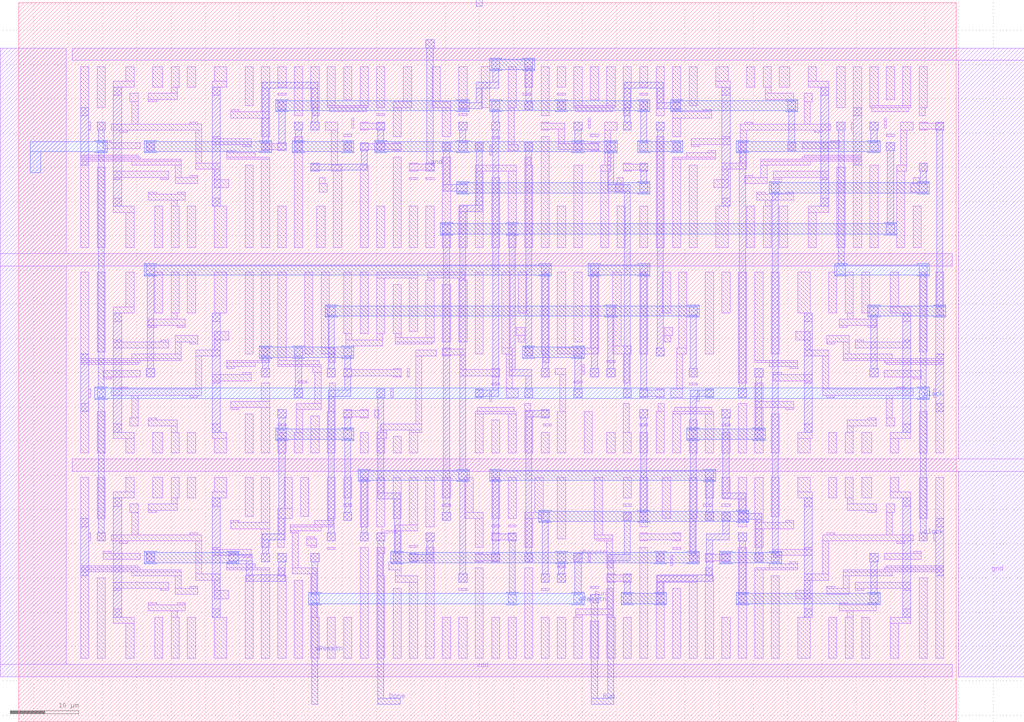
<source format=lef>
VERSION 5.7 ;
  NOWIREEXTENSIONATPIN ON ;
  DIVIDERCHAR "/" ;
  BUSBITCHARS "[]" ;
MACRO processor_9_bits
  CLASS BLOCK ;
  FOREIGN processor_9_bits ;
  ORIGIN 7.200 6.000 ;
  SIZE 136.800 BY 105.000 ;
  PIN gnd
    USE GROUND ;
    PORT
      LAYER metal1 ;
        RECT 52.200 92.400 53.400 93.600 ;
        RECT 0.600 90.600 139.500 92.400 ;
        RECT 49.800 75.450 51.000 75.600 ;
        RECT 52.200 75.450 53.400 75.600 ;
        RECT 49.800 74.550 53.400 75.450 ;
        RECT 49.800 74.400 51.000 74.550 ;
        RECT 52.200 74.400 53.400 74.550 ;
        RECT 129.900 32.400 139.500 90.600 ;
        RECT 0.600 30.600 139.500 32.400 ;
        RECT 129.900 0.600 139.500 30.600 ;
      LAYER metal2 ;
        RECT 52.200 92.400 53.400 93.600 ;
        RECT 52.350 75.600 53.250 92.400 ;
        RECT 52.200 74.400 53.400 75.600 ;
    END
  END gnd
  PIN vdd
    USE POWER ;
    PORT
      LAYER metal1 ;
        RECT -9.900 62.400 -0.300 92.400 ;
        RECT -9.900 60.600 129.000 62.400 ;
        RECT -9.900 2.400 -0.300 60.600 ;
        RECT -9.900 0.600 129.000 2.400 ;
    END
  END vdd
  PIN DataIn
    PORT
      LAYER metal2 ;
        RECT 59.550 98.550 60.450 99.450 ;
    END
  END DataIn
  PIN Done
    PORT
      LAYER metal1 ;
        RECT 45.000 20.400 46.200 21.600 ;
      LAYER metal2 ;
        RECT 45.000 20.400 46.200 21.600 ;
        RECT 45.150 -2.550 46.050 20.400 ;
        RECT 45.150 -3.450 48.450 -2.550 ;
    END
  END Done
  PIN Run
    PORT
      LAYER metal1 ;
        RECT 81.000 23.400 82.200 24.600 ;
        RECT 76.200 11.400 77.400 12.600 ;
      LAYER metal2 ;
        RECT 81.000 23.400 82.200 24.600 ;
        RECT 81.150 18.450 82.050 23.400 ;
        RECT 78.750 17.550 82.050 18.450 ;
        RECT 76.200 11.400 77.400 12.600 ;
        RECT 76.350 -2.550 77.250 11.400 ;
        RECT 78.750 -2.550 79.650 17.550 ;
        RECT 76.350 -3.450 79.650 -2.550 ;
    END
  END Run
  PIN aResetn
    PORT
      LAYER metal1 ;
        RECT 61.800 21.450 63.000 21.600 ;
        RECT 64.200 21.450 65.400 21.600 ;
        RECT 61.800 20.550 65.400 21.450 ;
        RECT 61.800 20.400 63.000 20.550 ;
        RECT 64.200 20.400 65.400 20.550 ;
        RECT 35.400 17.400 36.600 18.600 ;
        RECT 73.800 17.400 75.000 18.600 ;
      LAYER metal2 ;
        RECT 64.200 20.400 65.400 21.600 ;
        RECT 35.400 17.400 36.600 18.600 ;
        RECT 35.550 12.600 36.450 17.400 ;
        RECT 64.350 12.600 65.250 20.400 ;
        RECT 73.800 17.400 75.000 18.600 ;
        RECT 73.950 12.600 74.850 17.400 ;
        RECT 35.400 11.400 36.600 12.600 ;
        RECT 64.200 11.400 65.400 12.600 ;
        RECT 73.800 11.400 75.000 12.600 ;
        RECT 35.550 -3.450 36.450 11.400 ;
      LAYER metal3 ;
        RECT 35.100 12.750 36.900 12.900 ;
        RECT 63.900 12.750 65.700 12.900 ;
        RECT 73.500 12.750 75.300 12.900 ;
        RECT 35.100 11.250 75.300 12.750 ;
        RECT 35.100 11.100 36.900 11.250 ;
        RECT 63.900 11.100 65.700 11.250 ;
        RECT 73.500 11.100 75.300 11.250 ;
    END
  END aResetn
  PIN clock
    PORT
      LAYER metal1 ;
        RECT 4.200 80.400 5.400 81.600 ;
        RECT 112.200 80.400 113.400 81.600 ;
        RECT 4.200 41.400 5.400 42.600 ;
        RECT 124.200 41.400 125.400 42.600 ;
        RECT 4.200 20.400 5.400 21.600 ;
        RECT 124.200 20.400 125.400 21.600 ;
      LAYER metal2 ;
        RECT 4.200 80.400 5.400 81.600 ;
        RECT 112.200 80.400 113.400 81.600 ;
        RECT 4.350 78.600 5.250 80.400 ;
        RECT 4.200 77.400 5.400 78.600 ;
        RECT 4.350 42.600 5.250 77.400 ;
        RECT 112.350 60.600 113.250 80.400 ;
        RECT 112.200 59.400 113.400 60.600 ;
        RECT 124.200 59.400 125.400 60.600 ;
        RECT 124.350 42.600 125.250 59.400 ;
        RECT 4.200 41.400 5.400 42.600 ;
        RECT 124.200 41.400 125.400 42.600 ;
        RECT 4.350 21.600 5.250 41.400 ;
        RECT 124.350 21.600 125.250 41.400 ;
        RECT 4.200 20.400 5.400 21.600 ;
        RECT 124.200 20.400 125.400 21.600 ;
      LAYER metal3 ;
        RECT 3.900 78.750 5.700 78.900 ;
        RECT -5.550 77.250 5.700 78.750 ;
        RECT -5.550 74.250 -4.050 77.250 ;
        RECT 3.900 77.100 5.700 77.250 ;
        RECT 111.900 60.750 113.700 60.900 ;
        RECT 123.900 60.750 125.700 60.900 ;
        RECT 111.900 59.250 125.700 60.750 ;
        RECT 111.900 59.100 113.700 59.250 ;
        RECT 123.900 59.100 125.700 59.250 ;
        RECT 3.900 42.750 5.700 42.900 ;
        RECT 123.900 42.750 125.700 42.900 ;
        RECT 3.900 41.250 125.700 42.750 ;
        RECT 3.900 41.100 5.700 41.250 ;
        RECT 123.900 41.100 125.700 41.250 ;
    END
  END clock
  OBS
      LAYER metal1 ;
        RECT 1.800 82.500 3.000 89.700 ;
        RECT 4.200 83.700 5.400 89.700 ;
        RECT 8.400 87.600 9.600 89.700 ;
        RECT 6.600 86.700 9.600 87.600 ;
        RECT 12.300 86.700 13.800 89.700 ;
        RECT 15.000 86.700 16.200 89.700 ;
        RECT 17.400 86.700 18.600 89.700 ;
        RECT 21.300 87.600 23.100 89.700 ;
        RECT 21.000 86.700 23.100 87.600 ;
        RECT 6.600 85.500 7.800 86.700 ;
        RECT 15.000 85.800 15.900 86.700 ;
        RECT 9.000 84.600 10.200 85.800 ;
        RECT 11.700 84.900 15.900 85.800 ;
        RECT 21.000 85.500 22.200 86.700 ;
        RECT 11.700 84.600 12.900 84.900 ;
        RECT 3.000 80.400 3.300 81.600 ;
        RECT 9.300 81.300 10.200 84.600 ;
        RECT 25.800 84.000 27.000 89.700 ;
        RECT 23.700 83.100 24.900 83.400 ;
        RECT 28.200 83.100 29.400 89.700 ;
        RECT 30.600 86.700 31.800 89.700 ;
        RECT 30.600 85.500 31.800 85.800 ;
        RECT 30.600 83.400 31.800 84.600 ;
        RECT 23.700 82.200 29.400 83.100 ;
        RECT 33.000 82.500 34.200 89.700 ;
        RECT 35.400 83.700 36.600 89.700 ;
        RECT 37.800 84.000 39.000 89.700 ;
        RECT 40.200 84.900 41.400 89.700 ;
        RECT 42.600 84.000 43.800 89.700 ;
        RECT 37.800 83.700 43.800 84.000 ;
        RECT 45.000 83.700 46.200 89.700 ;
        RECT 48.900 84.600 50.100 89.700 ;
        RECT 47.400 83.700 50.100 84.600 ;
        RECT 53.100 84.600 54.300 89.700 ;
        RECT 53.100 83.700 55.800 84.600 ;
        RECT 57.000 83.700 58.200 89.700 ;
        RECT 60.300 83.700 61.500 89.700 ;
        RECT 64.200 83.700 65.400 89.700 ;
        RECT 66.600 86.700 67.800 89.700 ;
        RECT 66.300 85.500 67.500 85.800 ;
        RECT 35.700 82.500 36.600 83.700 ;
        RECT 38.100 83.100 43.500 83.700 ;
        RECT 45.000 82.500 46.200 82.800 ;
        RECT 17.700 81.300 18.900 81.600 ;
        RECT 6.300 80.400 19.500 81.300 ;
        RECT 7.500 80.100 8.700 80.400 ;
        RECT 5.100 78.600 6.300 78.900 ;
        RECT 5.100 77.700 10.500 78.600 ;
        RECT 11.400 77.400 12.600 78.600 ;
        RECT 1.800 76.500 10.200 76.800 ;
        RECT 1.800 76.200 10.500 76.500 ;
        RECT 1.800 75.900 16.500 76.200 ;
        RECT 1.800 63.300 3.000 75.900 ;
        RECT 9.300 75.300 16.500 75.900 ;
        RECT 4.200 63.300 5.400 75.000 ;
        RECT 6.600 73.500 14.700 74.400 ;
        RECT 6.600 73.200 7.800 73.500 ;
        RECT 13.500 73.200 14.700 73.500 ;
        RECT 15.600 73.500 16.500 75.300 ;
        RECT 18.600 75.600 19.500 80.400 ;
        RECT 28.200 79.500 29.400 82.200 ;
        RECT 33.000 80.400 34.200 81.600 ;
        RECT 35.400 80.400 36.600 81.600 ;
        RECT 37.500 80.400 39.300 81.600 ;
        RECT 41.400 80.700 41.700 82.200 ;
        RECT 42.600 81.450 43.800 81.600 ;
        RECT 45.000 81.450 46.200 81.600 ;
        RECT 42.600 80.550 46.200 81.450 ;
        RECT 42.600 80.400 43.800 80.550 ;
        RECT 45.000 80.400 46.200 80.550 ;
        RECT 21.000 79.200 22.200 79.500 ;
        RECT 21.000 78.300 26.700 79.200 ;
        RECT 25.500 78.000 26.700 78.300 ;
        RECT 28.200 78.450 29.400 78.600 ;
        RECT 30.600 78.450 31.800 78.600 ;
        RECT 28.200 77.550 31.800 78.450 ;
        RECT 28.200 77.400 29.400 77.550 ;
        RECT 30.600 77.400 31.800 77.550 ;
        RECT 23.100 77.100 24.300 77.400 ;
        RECT 23.100 76.500 27.300 77.100 ;
        RECT 23.100 76.200 29.400 76.500 ;
        RECT 18.600 74.700 22.200 75.600 ;
        RECT 17.700 73.500 18.900 73.800 ;
        RECT 15.600 72.600 18.900 73.500 ;
        RECT 21.300 73.200 22.200 74.700 ;
        RECT 21.300 72.000 23.400 73.200 ;
        RECT 11.700 71.100 12.900 71.400 ;
        RECT 15.900 71.100 17.100 71.400 ;
        RECT 6.600 69.300 7.800 70.500 ;
        RECT 11.700 70.200 17.100 71.100 ;
        RECT 15.000 69.300 15.900 70.200 ;
        RECT 21.000 69.300 22.200 70.500 ;
        RECT 6.600 68.400 9.600 69.300 ;
        RECT 8.400 63.300 9.600 68.400 ;
        RECT 12.600 63.300 13.800 69.300 ;
        RECT 15.000 63.300 16.200 69.300 ;
        RECT 17.400 63.300 18.600 69.300 ;
        RECT 21.300 63.300 23.100 69.300 ;
        RECT 25.800 63.300 27.000 75.300 ;
        RECT 28.200 63.300 29.400 76.200 ;
        RECT 30.600 63.300 31.800 69.300 ;
        RECT 33.000 63.300 34.200 79.500 ;
        RECT 35.400 74.400 36.600 75.600 ;
        RECT 38.400 75.300 39.300 80.400 ;
        RECT 40.200 79.500 41.400 79.800 ;
        RECT 47.400 79.500 48.600 83.700 ;
        RECT 54.600 79.500 55.800 83.700 ;
        RECT 57.000 82.500 58.200 82.800 ;
        RECT 57.000 80.400 58.200 81.600 ;
        RECT 61.800 80.400 63.000 81.600 ;
        RECT 61.800 79.200 63.000 79.500 ;
        RECT 40.200 77.400 41.400 78.600 ;
        RECT 42.600 78.450 43.800 78.600 ;
        RECT 47.400 78.450 48.600 78.600 ;
        RECT 42.600 77.550 48.600 78.450 ;
        RECT 42.600 77.400 43.800 77.550 ;
        RECT 47.400 77.400 48.600 77.550 ;
        RECT 54.600 77.400 55.800 78.600 ;
        RECT 59.400 77.400 60.600 78.600 ;
        RECT 64.200 78.300 65.100 83.700 ;
        RECT 66.600 83.400 67.800 84.600 ;
        RECT 69.000 82.500 70.200 89.700 ;
        RECT 71.400 86.700 72.600 89.700 ;
        RECT 71.400 85.500 72.600 85.800 ;
        RECT 71.400 83.400 72.600 84.600 ;
        RECT 73.800 84.000 75.000 89.700 ;
        RECT 76.200 84.900 77.400 89.700 ;
        RECT 78.600 84.000 79.800 89.700 ;
        RECT 73.800 83.700 79.800 84.000 ;
        RECT 81.000 83.700 82.200 89.700 ;
        RECT 83.400 86.700 84.600 89.700 ;
        RECT 83.400 85.500 84.600 85.800 ;
        RECT 74.100 83.100 79.500 83.700 ;
        RECT 81.000 82.500 81.900 83.700 ;
        RECT 83.400 83.400 84.600 84.600 ;
        RECT 85.800 82.500 87.000 89.700 ;
        RECT 88.200 83.100 89.400 89.700 ;
        RECT 90.600 84.000 91.800 89.700 ;
        RECT 94.500 87.600 96.300 89.700 ;
        RECT 94.500 86.700 96.600 87.600 ;
        RECT 99.000 86.700 100.200 89.700 ;
        RECT 101.400 86.700 102.600 89.700 ;
        RECT 103.800 86.700 105.300 89.700 ;
        RECT 108.000 87.600 109.200 89.700 ;
        RECT 108.000 86.700 111.000 87.600 ;
        RECT 95.400 85.500 96.600 86.700 ;
        RECT 101.700 85.800 102.600 86.700 ;
        RECT 101.700 84.900 105.900 85.800 ;
        RECT 104.700 84.600 105.900 84.900 ;
        RECT 107.400 84.600 108.600 85.800 ;
        RECT 109.800 85.500 111.000 86.700 ;
        RECT 92.700 83.100 93.900 83.400 ;
        RECT 88.200 82.200 93.900 83.100 ;
        RECT 69.000 81.450 70.200 81.600 ;
        RECT 69.000 80.550 72.450 81.450 ;
        RECT 69.000 80.400 70.200 80.550 ;
        RECT 61.500 76.800 61.800 78.300 ;
        RECT 64.200 77.400 65.700 78.300 ;
        RECT 66.600 77.400 67.800 78.600 ;
        RECT 38.400 74.400 39.900 75.300 ;
        RECT 36.600 72.600 37.500 73.500 ;
        RECT 36.600 71.400 37.800 72.600 ;
        RECT 36.300 63.300 37.500 69.300 ;
        RECT 38.700 63.300 39.900 74.400 ;
        RECT 42.600 63.300 43.800 75.300 ;
        RECT 45.000 63.300 46.200 69.300 ;
        RECT 47.400 63.300 48.600 76.500 ;
        RECT 49.800 73.200 51.000 73.500 ;
        RECT 52.200 73.200 53.400 73.500 ;
        RECT 49.800 63.300 51.000 69.300 ;
        RECT 52.200 63.300 53.400 69.300 ;
        RECT 54.600 63.300 55.800 76.500 ;
        RECT 66.600 75.300 67.500 76.500 ;
        RECT 59.400 74.400 65.400 75.300 ;
        RECT 57.000 63.300 58.200 69.300 ;
        RECT 59.400 63.300 60.600 74.400 ;
        RECT 61.800 63.300 63.000 73.500 ;
        RECT 64.200 63.300 65.400 74.400 ;
        RECT 66.600 63.300 67.800 75.300 ;
        RECT 69.000 63.300 70.200 79.500 ;
        RECT 71.550 78.450 72.450 80.550 ;
        RECT 73.800 80.400 75.000 81.600 ;
        RECT 75.900 80.700 76.200 82.200 ;
        RECT 78.300 80.400 80.100 81.600 ;
        RECT 81.000 80.400 82.200 81.600 ;
        RECT 85.800 80.400 87.000 81.600 ;
        RECT 76.200 79.500 77.400 79.800 ;
        RECT 76.200 78.450 77.400 78.600 ;
        RECT 71.550 77.550 77.400 78.450 ;
        RECT 76.200 77.400 77.400 77.550 ;
        RECT 78.300 75.300 79.200 80.400 ;
        RECT 88.200 79.500 89.400 82.200 ;
        RECT 98.700 81.300 99.900 81.600 ;
        RECT 107.400 81.300 108.300 84.600 ;
        RECT 112.200 83.700 113.400 89.700 ;
        RECT 114.600 82.500 115.800 89.700 ;
        RECT 117.000 84.000 118.200 89.700 ;
        RECT 119.400 84.900 120.600 89.700 ;
        RECT 121.800 84.000 123.000 89.700 ;
        RECT 117.000 83.700 123.000 84.000 ;
        RECT 124.200 83.700 125.400 89.700 ;
        RECT 117.300 83.100 122.700 83.700 ;
        RECT 124.200 82.500 125.100 83.700 ;
        RECT 98.100 80.400 111.300 81.300 ;
        RECT 114.300 80.400 114.600 81.600 ;
        RECT 117.000 80.400 118.200 81.600 ;
        RECT 119.100 80.700 119.400 82.200 ;
        RECT 121.500 80.400 123.300 81.600 ;
        RECT 124.200 81.450 125.400 81.600 ;
        RECT 126.600 81.450 127.800 81.600 ;
        RECT 124.200 80.550 127.800 81.450 ;
        RECT 124.200 80.400 125.400 80.550 ;
        RECT 126.600 80.400 127.800 80.550 ;
        RECT 71.400 63.300 72.600 69.300 ;
        RECT 73.800 63.300 75.000 75.300 ;
        RECT 77.700 74.400 79.200 75.300 ;
        RECT 81.000 75.450 82.200 75.600 ;
        RECT 83.400 75.450 84.600 75.600 ;
        RECT 81.000 74.550 84.600 75.450 ;
        RECT 81.000 74.400 82.200 74.550 ;
        RECT 83.400 74.400 84.600 74.550 ;
        RECT 77.700 63.300 78.900 74.400 ;
        RECT 80.100 72.600 81.000 73.500 ;
        RECT 79.800 71.400 81.000 72.600 ;
        RECT 80.100 63.300 81.300 69.300 ;
        RECT 83.400 63.300 84.600 69.300 ;
        RECT 85.800 63.300 87.000 79.500 ;
        RECT 95.400 79.200 96.600 79.500 ;
        RECT 88.200 77.400 89.400 78.600 ;
        RECT 90.900 78.300 96.600 79.200 ;
        RECT 90.900 78.000 92.100 78.300 ;
        RECT 93.300 77.100 94.500 77.400 ;
        RECT 90.300 76.500 94.500 77.100 ;
        RECT 88.200 76.200 94.500 76.500 ;
        RECT 88.200 63.300 89.400 76.200 ;
        RECT 98.100 75.600 99.000 80.400 ;
        RECT 108.900 80.100 110.100 80.400 ;
        RECT 119.400 79.500 120.600 79.800 ;
        RECT 111.300 78.600 112.500 78.900 ;
        RECT 105.000 77.400 106.200 78.600 ;
        RECT 107.100 77.700 112.500 78.600 ;
        RECT 119.400 77.400 120.600 78.600 ;
        RECT 107.400 76.500 115.800 76.800 ;
        RECT 107.100 76.200 115.800 76.500 ;
        RECT 90.600 63.300 91.800 75.300 ;
        RECT 95.400 74.700 99.000 75.600 ;
        RECT 101.100 75.900 115.800 76.200 ;
        RECT 101.100 75.300 108.300 75.900 ;
        RECT 95.400 73.200 96.300 74.700 ;
        RECT 94.200 72.000 96.300 73.200 ;
        RECT 98.700 73.500 99.900 73.800 ;
        RECT 101.100 73.500 102.000 75.300 ;
        RECT 98.700 72.600 102.000 73.500 ;
        RECT 102.900 73.500 111.000 74.400 ;
        RECT 102.900 73.200 104.100 73.500 ;
        RECT 109.800 73.200 111.000 73.500 ;
        RECT 100.500 71.100 101.700 71.400 ;
        RECT 104.700 71.100 105.900 71.400 ;
        RECT 95.400 69.300 96.600 70.500 ;
        RECT 100.500 70.200 105.900 71.100 ;
        RECT 101.700 69.300 102.600 70.200 ;
        RECT 109.800 69.300 111.000 70.500 ;
        RECT 94.500 63.300 96.300 69.300 ;
        RECT 99.000 63.300 100.200 69.300 ;
        RECT 101.400 63.300 102.600 69.300 ;
        RECT 103.800 63.300 105.000 69.300 ;
        RECT 108.000 68.400 111.000 69.300 ;
        RECT 108.000 63.300 109.200 68.400 ;
        RECT 112.200 63.300 113.400 75.000 ;
        RECT 114.600 63.300 115.800 75.900 ;
        RECT 121.500 75.300 122.400 80.400 ;
        RECT 117.000 63.300 118.200 75.300 ;
        RECT 120.900 74.400 122.400 75.300 ;
        RECT 124.200 74.400 125.400 75.600 ;
        RECT 120.900 63.300 122.100 74.400 ;
        RECT 123.300 72.600 124.200 73.500 ;
        RECT 123.000 71.400 124.200 72.600 ;
        RECT 123.300 63.300 124.500 69.300 ;
        RECT 1.800 47.100 3.000 59.700 ;
        RECT 4.200 48.000 5.400 59.700 ;
        RECT 8.400 54.600 9.600 59.700 ;
        RECT 6.600 53.700 9.600 54.600 ;
        RECT 12.600 53.700 13.800 59.700 ;
        RECT 15.000 53.700 16.200 59.700 ;
        RECT 17.400 53.700 18.600 59.700 ;
        RECT 21.300 53.700 23.100 59.700 ;
        RECT 6.600 52.500 7.800 53.700 ;
        RECT 15.000 52.800 15.900 53.700 ;
        RECT 11.700 51.900 17.100 52.800 ;
        RECT 21.000 52.500 22.200 53.700 ;
        RECT 11.700 51.600 12.900 51.900 ;
        RECT 15.900 51.600 17.100 51.900 ;
        RECT 6.600 49.500 7.800 49.800 ;
        RECT 13.500 49.500 14.700 49.800 ;
        RECT 6.600 48.600 14.700 49.500 ;
        RECT 15.600 49.500 18.900 50.400 ;
        RECT 15.600 47.700 16.500 49.500 ;
        RECT 17.700 49.200 18.900 49.500 ;
        RECT 21.300 49.800 23.400 51.000 ;
        RECT 21.300 48.300 22.200 49.800 ;
        RECT 9.300 47.100 16.500 47.700 ;
        RECT 1.800 46.800 16.500 47.100 ;
        RECT 18.600 47.400 22.200 48.300 ;
        RECT 25.800 47.700 27.000 59.700 ;
        RECT 1.800 46.500 10.500 46.800 ;
        RECT 1.800 46.200 10.200 46.500 ;
        RECT 5.100 44.400 10.500 45.300 ;
        RECT 11.400 44.400 12.600 45.600 ;
        RECT 5.100 44.100 6.300 44.400 ;
        RECT 7.500 42.600 8.700 42.900 ;
        RECT 18.600 42.600 19.500 47.400 ;
        RECT 28.200 46.800 29.400 59.700 ;
        RECT 23.100 46.500 29.400 46.800 ;
        RECT 30.600 46.800 31.800 59.700 ;
        RECT 34.500 47.700 35.700 59.700 ;
        RECT 36.900 48.600 38.100 59.700 ;
        RECT 40.200 50.700 41.400 59.700 ;
        RECT 42.600 50.700 43.800 59.700 ;
        RECT 45.000 58.800 51.000 59.700 ;
        RECT 45.000 50.700 46.200 58.800 ;
        RECT 47.400 50.700 48.600 57.900 ;
        RECT 49.800 51.000 51.000 58.800 ;
        RECT 52.500 58.800 57.900 59.700 ;
        RECT 52.500 58.500 53.400 58.800 ;
        RECT 40.500 49.800 41.400 50.700 ;
        RECT 45.000 49.800 45.900 50.700 ;
        RECT 40.500 48.900 45.900 49.800 ;
        RECT 47.700 50.100 48.600 50.700 ;
        RECT 52.200 50.100 53.400 58.500 ;
        RECT 57.000 58.500 57.900 58.800 ;
        RECT 47.700 49.500 53.400 50.100 ;
        RECT 54.600 49.500 55.800 57.900 ;
        RECT 57.000 49.500 58.200 58.500 ;
        RECT 47.700 49.200 53.100 49.500 ;
        RECT 36.900 47.700 39.000 48.600 ;
        RECT 54.600 48.450 55.800 48.600 ;
        RECT 23.100 45.900 27.300 46.500 ;
        RECT 30.600 46.200 36.600 46.800 ;
        RECT 38.100 46.500 39.000 47.700 ;
        RECT 50.700 47.400 53.700 48.300 ;
        RECT 54.600 47.550 58.050 48.450 ;
        RECT 59.400 47.700 60.600 59.700 ;
        RECT 63.300 48.600 64.500 59.700 ;
        RECT 65.700 53.700 66.900 59.700 ;
        RECT 65.400 50.400 66.600 51.600 ;
        RECT 65.700 49.500 66.600 50.400 ;
        RECT 63.300 47.700 64.800 48.600 ;
        RECT 54.600 47.400 55.800 47.550 ;
        RECT 30.600 45.900 36.900 46.200 ;
        RECT 23.100 45.600 24.300 45.900 ;
        RECT 25.500 44.700 26.700 45.000 ;
        RECT 21.000 43.800 26.700 44.700 ;
        RECT 28.200 44.400 29.400 45.600 ;
        RECT 35.700 45.000 36.900 45.900 ;
        RECT 21.000 43.500 22.200 43.800 ;
        RECT 33.600 43.500 34.800 43.800 ;
        RECT 3.000 41.400 3.300 42.600 ;
        RECT 6.300 41.700 19.500 42.600 ;
        RECT 1.800 33.300 3.000 40.500 ;
        RECT 4.200 33.300 5.400 39.300 ;
        RECT 9.300 38.400 10.200 41.700 ;
        RECT 17.700 41.400 18.900 41.700 ;
        RECT 28.200 40.800 29.400 43.500 ;
        RECT 33.000 41.400 34.200 42.600 ;
        RECT 23.700 39.900 29.400 40.800 ;
        RECT 36.000 40.500 36.900 45.000 ;
        RECT 37.800 44.400 39.000 45.600 ;
        RECT 40.200 45.450 41.400 45.600 ;
        RECT 47.400 45.450 48.600 45.600 ;
        RECT 40.200 44.550 48.600 45.450 ;
        RECT 40.200 44.400 41.400 44.550 ;
        RECT 47.400 44.400 48.600 44.550 ;
        RECT 49.500 44.400 49.800 45.600 ;
        RECT 23.700 39.600 24.900 39.900 ;
        RECT 6.600 36.300 7.800 37.500 ;
        RECT 9.000 37.200 10.200 38.400 ;
        RECT 11.700 38.100 12.900 38.400 ;
        RECT 11.700 37.200 15.900 38.100 ;
        RECT 15.000 36.300 15.900 37.200 ;
        RECT 21.000 36.300 22.200 37.500 ;
        RECT 6.600 35.400 9.600 36.300 ;
        RECT 8.400 33.300 9.600 35.400 ;
        RECT 12.300 33.300 13.800 36.300 ;
        RECT 15.000 33.300 16.200 36.300 ;
        RECT 17.400 33.300 18.600 36.300 ;
        RECT 21.000 35.400 23.100 36.300 ;
        RECT 21.300 33.300 23.100 35.400 ;
        RECT 25.800 33.300 27.000 39.000 ;
        RECT 28.200 33.300 29.400 39.900 ;
        RECT 33.300 39.600 36.900 40.500 ;
        RECT 30.600 38.400 31.800 39.600 ;
        RECT 30.600 37.200 31.800 37.500 ;
        RECT 33.300 36.300 34.200 39.600 ;
        RECT 38.100 39.300 39.000 43.500 ;
        RECT 45.000 41.400 46.200 42.600 ;
        RECT 47.100 41.400 47.400 42.600 ;
        RECT 30.600 33.300 31.800 36.300 ;
        RECT 33.000 33.300 34.200 36.300 ;
        RECT 35.400 33.300 36.600 38.700 ;
        RECT 37.800 33.300 39.000 39.300 ;
        RECT 40.200 39.450 41.400 39.600 ;
        RECT 42.600 39.450 43.800 39.600 ;
        RECT 40.200 38.550 43.800 39.450 ;
        RECT 40.200 38.400 41.400 38.550 ;
        RECT 42.600 38.400 43.800 38.550 ;
        RECT 44.700 38.400 45.300 39.600 ;
        RECT 50.700 37.500 51.600 47.400 ;
        RECT 57.150 45.450 58.050 47.550 ;
        RECT 61.800 45.450 63.000 45.600 ;
        RECT 57.150 44.550 63.000 45.450 ;
        RECT 61.800 44.400 63.000 44.550 ;
        RECT 61.800 43.200 63.000 43.500 ;
        RECT 63.900 42.600 64.800 47.700 ;
        RECT 66.600 47.400 67.800 48.600 ;
        RECT 69.000 47.700 70.200 59.700 ;
        RECT 71.400 48.600 72.600 59.700 ;
        RECT 73.800 49.500 75.000 59.700 ;
        RECT 76.200 48.600 77.400 59.700 ;
        RECT 71.400 47.700 77.400 48.600 ;
        RECT 79.500 48.900 80.700 59.700 ;
        RECT 79.500 47.700 82.200 48.900 ;
        RECT 83.400 47.700 84.600 59.700 ;
        RECT 86.700 53.700 87.900 59.700 ;
        RECT 87.000 50.400 88.200 51.600 ;
        RECT 87.000 49.500 87.900 50.400 ;
        RECT 89.100 48.600 90.300 59.700 ;
        RECT 69.300 46.500 70.200 47.700 ;
        RECT 78.600 46.500 79.800 46.800 ;
        RECT 69.000 44.400 70.200 45.600 ;
        RECT 71.100 44.700 72.600 45.600 ;
        RECT 75.000 44.700 75.300 46.200 ;
        RECT 59.400 41.400 60.600 42.600 ;
        RECT 61.500 40.800 61.800 42.300 ;
        RECT 63.900 41.400 65.700 42.600 ;
        RECT 66.600 41.400 67.800 42.600 ;
        RECT 59.700 39.300 65.100 39.900 ;
        RECT 66.600 39.300 67.500 40.500 ;
        RECT 45.600 36.600 51.600 37.500 ;
        RECT 45.600 36.300 46.500 36.600 ;
        RECT 42.600 33.300 43.800 36.300 ;
        RECT 45.000 35.400 46.500 36.300 ;
        RECT 49.800 36.300 51.600 36.600 ;
        RECT 59.400 39.000 65.400 39.300 ;
        RECT 45.000 33.300 46.200 35.400 ;
        RECT 47.400 33.300 48.600 35.700 ;
        RECT 49.800 33.300 51.000 36.300 ;
        RECT 59.400 33.300 60.600 39.000 ;
        RECT 61.800 33.300 63.000 38.100 ;
        RECT 64.200 33.300 65.400 39.000 ;
        RECT 66.600 33.300 67.800 39.300 ;
        RECT 69.000 38.400 70.200 39.600 ;
        RECT 71.700 39.300 72.600 44.700 ;
        RECT 76.200 44.400 77.400 45.600 ;
        RECT 78.600 44.400 79.800 45.600 ;
        RECT 73.800 43.500 75.000 43.800 ;
        RECT 81.000 43.500 81.900 47.700 ;
        RECT 85.800 47.400 87.000 48.600 ;
        RECT 88.800 47.700 90.300 48.600 ;
        RECT 93.000 47.700 94.200 59.700 ;
        RECT 95.400 53.700 96.600 59.700 ;
        RECT 88.800 42.600 89.700 47.700 ;
        RECT 90.600 44.400 91.800 45.600 ;
        RECT 97.800 43.500 99.000 59.700 ;
        RECT 100.200 46.800 101.400 59.700 ;
        RECT 102.600 47.700 103.800 59.700 ;
        RECT 106.500 53.700 108.300 59.700 ;
        RECT 111.000 53.700 112.200 59.700 ;
        RECT 113.400 53.700 114.600 59.700 ;
        RECT 115.800 53.700 117.000 59.700 ;
        RECT 120.000 54.600 121.200 59.700 ;
        RECT 120.000 53.700 123.000 54.600 ;
        RECT 107.400 52.500 108.600 53.700 ;
        RECT 113.700 52.800 114.600 53.700 ;
        RECT 112.500 51.900 117.900 52.800 ;
        RECT 121.800 52.500 123.000 53.700 ;
        RECT 112.500 51.600 113.700 51.900 ;
        RECT 116.700 51.600 117.900 51.900 ;
        RECT 106.200 49.800 108.300 51.000 ;
        RECT 107.400 48.300 108.300 49.800 ;
        RECT 110.700 49.500 114.000 50.400 ;
        RECT 110.700 49.200 111.900 49.500 ;
        RECT 107.400 47.400 111.000 48.300 ;
        RECT 100.200 46.500 106.500 46.800 ;
        RECT 102.300 45.900 106.500 46.500 ;
        RECT 105.300 45.600 106.500 45.900 ;
        RECT 100.200 44.400 101.400 45.600 ;
        RECT 102.900 44.700 104.100 45.000 ;
        RECT 102.900 43.800 108.600 44.700 ;
        RECT 107.400 43.500 108.600 43.800 ;
        RECT 90.600 43.200 91.800 43.500 ;
        RECT 73.800 41.400 75.000 42.600 ;
        RECT 81.000 41.400 82.200 42.600 ;
        RECT 83.400 42.450 84.600 42.600 ;
        RECT 85.800 42.450 87.000 42.600 ;
        RECT 83.400 41.550 87.000 42.450 ;
        RECT 83.400 41.400 84.600 41.550 ;
        RECT 85.800 41.400 87.000 41.550 ;
        RECT 87.900 41.400 89.700 42.600 ;
        RECT 91.800 40.800 92.100 42.300 ;
        RECT 93.000 41.400 94.200 42.600 ;
        RECT 97.800 41.400 99.000 42.600 ;
        RECT 100.200 40.800 101.400 43.500 ;
        RECT 110.100 42.600 111.000 47.400 ;
        RECT 113.100 47.700 114.000 49.500 ;
        RECT 114.900 49.500 116.100 49.800 ;
        RECT 121.800 49.500 123.000 49.800 ;
        RECT 114.900 48.600 123.000 49.500 ;
        RECT 124.200 48.000 125.400 59.700 ;
        RECT 113.100 47.100 120.300 47.700 ;
        RECT 126.600 47.100 127.800 59.700 ;
        RECT 113.100 46.800 127.800 47.100 ;
        RECT 119.100 46.500 127.800 46.800 ;
        RECT 119.400 46.200 127.800 46.500 ;
        RECT 117.000 44.400 118.200 45.600 ;
        RECT 119.100 44.400 124.500 45.300 ;
        RECT 123.300 44.100 124.500 44.400 ;
        RECT 120.900 42.600 122.100 42.900 ;
        RECT 110.100 41.700 123.300 42.600 ;
        RECT 110.700 41.400 111.900 41.700 ;
        RECT 69.300 37.200 70.500 37.500 ;
        RECT 69.000 33.300 70.200 36.300 ;
        RECT 71.400 33.300 72.600 39.300 ;
        RECT 75.300 33.300 76.500 39.300 ;
        RECT 81.000 36.300 81.900 40.500 ;
        RECT 83.400 38.400 84.600 39.600 ;
        RECT 86.100 39.300 87.000 40.500 ;
        RECT 88.500 39.300 93.900 39.900 ;
        RECT 83.400 37.200 84.600 37.500 ;
        RECT 78.600 33.300 79.800 36.300 ;
        RECT 81.000 33.300 82.200 36.300 ;
        RECT 83.400 33.300 84.600 36.300 ;
        RECT 85.800 33.300 87.000 39.300 ;
        RECT 88.200 39.000 94.200 39.300 ;
        RECT 88.200 33.300 89.400 39.000 ;
        RECT 90.600 33.300 91.800 38.100 ;
        RECT 93.000 33.300 94.200 39.000 ;
        RECT 95.400 38.400 96.600 39.600 ;
        RECT 95.400 37.200 96.600 37.500 ;
        RECT 95.400 33.300 96.600 36.300 ;
        RECT 97.800 33.300 99.000 40.500 ;
        RECT 100.200 39.900 105.900 40.800 ;
        RECT 100.200 33.300 101.400 39.900 ;
        RECT 104.700 39.600 105.900 39.900 ;
        RECT 102.600 33.300 103.800 39.000 ;
        RECT 119.400 38.400 120.300 41.700 ;
        RECT 126.300 41.400 126.600 42.600 ;
        RECT 116.700 38.100 117.900 38.400 ;
        RECT 107.400 36.300 108.600 37.500 ;
        RECT 113.700 37.200 117.900 38.100 ;
        RECT 119.400 37.200 120.600 38.400 ;
        RECT 113.700 36.300 114.600 37.200 ;
        RECT 121.800 36.300 123.000 37.500 ;
        RECT 106.500 35.400 108.600 36.300 ;
        RECT 106.500 33.300 108.300 35.400 ;
        RECT 111.000 33.300 112.200 36.300 ;
        RECT 113.400 33.300 114.600 36.300 ;
        RECT 115.800 33.300 117.300 36.300 ;
        RECT 120.000 35.400 123.000 36.300 ;
        RECT 120.000 33.300 121.200 35.400 ;
        RECT 124.200 33.300 125.400 39.300 ;
        RECT 126.600 33.300 127.800 40.500 ;
        RECT 1.800 22.500 3.000 29.700 ;
        RECT 4.200 23.700 5.400 29.700 ;
        RECT 8.400 27.600 9.600 29.700 ;
        RECT 6.600 26.700 9.600 27.600 ;
        RECT 12.300 26.700 13.800 29.700 ;
        RECT 15.000 26.700 16.200 29.700 ;
        RECT 17.400 26.700 18.600 29.700 ;
        RECT 21.300 27.600 23.100 29.700 ;
        RECT 21.000 26.700 23.100 27.600 ;
        RECT 6.600 25.500 7.800 26.700 ;
        RECT 15.000 25.800 15.900 26.700 ;
        RECT 9.000 24.600 10.200 25.800 ;
        RECT 11.700 24.900 15.900 25.800 ;
        RECT 21.000 25.500 22.200 26.700 ;
        RECT 11.700 24.600 12.900 24.900 ;
        RECT 3.000 20.400 3.300 21.600 ;
        RECT 9.300 21.300 10.200 24.600 ;
        RECT 25.800 24.000 27.000 29.700 ;
        RECT 23.700 23.100 24.900 23.400 ;
        RECT 28.200 23.100 29.400 29.700 ;
        RECT 31.500 25.200 32.700 29.700 ;
        RECT 23.700 22.200 29.400 23.100 ;
        RECT 17.700 21.300 18.900 21.600 ;
        RECT 6.300 20.400 19.500 21.300 ;
        RECT 7.500 20.100 8.700 20.400 ;
        RECT 5.100 18.600 6.300 18.900 ;
        RECT 5.100 17.700 10.500 18.600 ;
        RECT 11.400 17.400 12.600 18.600 ;
        RECT 1.800 16.500 10.200 16.800 ;
        RECT 1.800 16.200 10.500 16.500 ;
        RECT 1.800 15.900 16.500 16.200 ;
        RECT 1.800 3.300 3.000 15.900 ;
        RECT 9.300 15.300 16.500 15.900 ;
        RECT 4.200 3.300 5.400 15.000 ;
        RECT 6.600 13.500 14.700 14.400 ;
        RECT 6.600 13.200 7.800 13.500 ;
        RECT 13.500 13.200 14.700 13.500 ;
        RECT 15.600 13.500 16.500 15.300 ;
        RECT 18.600 15.600 19.500 20.400 ;
        RECT 28.200 19.500 29.400 22.200 ;
        RECT 30.600 23.700 32.700 25.200 ;
        RECT 33.900 24.000 35.100 29.700 ;
        RECT 37.800 23.700 39.000 29.700 ;
        RECT 40.200 26.700 41.400 29.700 ;
        RECT 40.200 25.500 41.400 25.800 ;
        RECT 30.600 19.500 31.500 23.700 ;
        RECT 37.800 23.400 38.700 23.700 ;
        RECT 40.200 23.400 41.400 24.600 ;
        RECT 36.000 22.800 38.700 23.400 ;
        RECT 32.400 22.500 38.700 22.800 ;
        RECT 42.600 22.500 43.800 29.700 ;
        RECT 45.000 22.500 46.200 29.700 ;
        RECT 47.400 23.700 48.600 29.700 ;
        RECT 49.800 22.800 51.000 29.700 ;
        RECT 32.400 21.900 36.900 22.500 ;
        RECT 47.700 21.900 51.000 22.800 ;
        RECT 52.200 22.500 53.400 29.700 ;
        RECT 54.600 26.700 55.800 29.700 ;
        RECT 54.600 25.500 55.800 25.800 ;
        RECT 57.900 24.600 59.100 29.700 ;
        RECT 54.600 23.400 55.800 24.600 ;
        RECT 57.900 23.700 60.600 24.600 ;
        RECT 61.800 23.700 63.000 29.700 ;
        RECT 64.200 23.700 65.400 29.700 ;
        RECT 68.100 24.600 69.300 29.700 ;
        RECT 66.600 23.700 69.300 24.600 ;
        RECT 32.400 21.600 33.600 21.900 ;
        RECT 21.000 19.200 22.200 19.500 ;
        RECT 21.000 18.300 26.700 19.200 ;
        RECT 25.500 18.000 26.700 18.300 ;
        RECT 28.200 17.400 29.400 18.600 ;
        RECT 30.600 17.400 31.800 18.600 ;
        RECT 23.100 17.100 24.300 17.400 ;
        RECT 23.100 16.500 27.300 17.100 ;
        RECT 32.700 16.500 33.600 21.600 ;
        RECT 34.800 20.700 36.000 21.000 ;
        RECT 34.800 19.800 36.300 20.700 ;
        RECT 37.800 20.400 39.000 21.600 ;
        RECT 42.600 20.400 43.800 21.600 ;
        RECT 35.400 19.500 36.300 19.800 ;
        RECT 37.800 19.200 39.000 19.500 ;
        RECT 23.100 16.200 29.400 16.500 ;
        RECT 18.600 14.700 22.200 15.600 ;
        RECT 17.700 13.500 18.900 13.800 ;
        RECT 15.600 12.600 18.900 13.500 ;
        RECT 21.300 13.200 22.200 14.700 ;
        RECT 21.300 12.000 23.400 13.200 ;
        RECT 11.700 11.100 12.900 11.400 ;
        RECT 15.900 11.100 17.100 11.400 ;
        RECT 6.600 9.300 7.800 10.500 ;
        RECT 11.700 10.200 17.100 11.100 ;
        RECT 15.000 9.300 15.900 10.200 ;
        RECT 21.000 9.300 22.200 10.500 ;
        RECT 6.600 8.400 9.600 9.300 ;
        RECT 8.400 3.300 9.600 8.400 ;
        RECT 12.600 3.300 13.800 9.300 ;
        RECT 15.000 3.300 16.200 9.300 ;
        RECT 17.400 3.300 18.600 9.300 ;
        RECT 21.300 3.300 23.100 9.300 ;
        RECT 25.800 3.300 27.000 15.300 ;
        RECT 28.200 3.300 29.400 16.200 ;
        RECT 30.600 15.300 31.500 16.500 ;
        RECT 32.700 15.600 36.300 16.500 ;
        RECT 30.600 3.300 31.800 15.300 ;
        RECT 33.000 3.300 34.200 14.700 ;
        RECT 35.400 9.300 36.300 15.600 ;
        RECT 35.400 3.300 36.600 9.300 ;
        RECT 37.800 3.300 39.000 9.300 ;
        RECT 40.200 3.300 41.400 9.300 ;
        RECT 42.600 3.300 43.800 19.500 ;
        RECT 45.000 18.600 46.200 19.500 ;
        RECT 45.000 15.300 45.900 18.600 ;
        RECT 47.700 17.400 48.600 21.900 ;
        RECT 52.200 20.400 53.400 21.600 ;
        RECT 49.800 19.500 51.000 19.800 ;
        RECT 59.400 19.500 60.600 23.700 ;
        RECT 61.800 22.500 63.000 22.800 ;
        RECT 64.200 22.500 65.400 22.800 ;
        RECT 66.600 19.500 67.800 23.700 ;
        RECT 71.400 20.700 72.600 29.700 ;
        RECT 76.800 21.300 78.000 29.700 ;
        RECT 81.000 26.700 82.200 29.700 ;
        RECT 81.000 25.500 82.200 25.800 ;
        RECT 83.400 22.500 84.600 29.700 ;
        RECT 86.700 23.700 87.900 29.700 ;
        RECT 90.600 23.700 91.800 29.700 ;
        RECT 93.000 26.700 94.200 29.700 ;
        RECT 95.400 26.700 96.600 29.700 ;
        RECT 92.700 25.500 93.900 25.800 ;
        RECT 95.400 25.500 96.600 25.800 ;
        RECT 83.400 21.450 84.600 21.600 ;
        RECT 88.200 21.450 89.400 21.600 ;
        RECT 76.800 20.700 79.500 21.300 ;
        RECT 77.100 20.400 79.500 20.700 ;
        RECT 83.400 20.550 89.400 21.450 ;
        RECT 83.400 20.400 84.600 20.550 ;
        RECT 88.200 20.400 89.400 20.550 ;
        RECT 49.800 17.400 51.000 18.600 ;
        RECT 46.800 16.200 48.600 17.400 ;
        RECT 47.700 15.300 48.600 16.200 ;
        RECT 45.000 3.300 46.200 15.300 ;
        RECT 47.700 14.400 51.000 15.300 ;
        RECT 47.400 3.300 48.600 13.500 ;
        RECT 49.800 3.300 51.000 14.400 ;
        RECT 52.200 3.300 53.400 19.500 ;
        RECT 59.400 18.450 60.600 18.600 ;
        RECT 61.800 18.450 63.000 18.600 ;
        RECT 59.400 17.550 63.000 18.450 ;
        RECT 59.400 17.400 60.600 17.550 ;
        RECT 61.800 17.400 63.000 17.550 ;
        RECT 66.600 17.400 67.800 18.600 ;
        RECT 75.900 17.400 76.200 18.600 ;
        RECT 71.400 16.500 72.600 16.800 ;
        RECT 78.600 16.500 79.500 20.400 ;
        RECT 57.000 14.400 58.200 15.600 ;
        RECT 57.000 13.200 58.200 13.500 ;
        RECT 54.600 3.300 55.800 9.300 ;
        RECT 57.000 3.300 58.200 9.300 ;
        RECT 59.400 3.300 60.600 16.500 ;
        RECT 61.800 3.300 63.000 9.300 ;
        RECT 64.200 3.300 65.400 9.300 ;
        RECT 66.600 3.300 67.800 16.500 ;
        RECT 69.000 14.400 70.200 15.600 ;
        RECT 71.400 14.400 72.600 15.600 ;
        RECT 78.600 15.450 79.800 15.600 ;
        RECT 81.000 15.450 82.200 15.600 ;
        RECT 78.600 14.550 82.200 15.450 ;
        RECT 78.600 14.400 79.800 14.550 ;
        RECT 81.000 14.400 82.200 14.550 ;
        RECT 76.200 13.500 77.400 13.800 ;
        RECT 69.000 13.200 70.200 13.500 ;
        RECT 78.600 10.500 79.500 13.500 ;
        RECT 74.100 9.600 79.500 10.500 ;
        RECT 74.100 9.300 75.000 9.600 ;
        RECT 69.000 3.300 70.200 9.300 ;
        RECT 71.400 3.300 72.600 9.300 ;
        RECT 73.800 3.300 75.000 9.300 ;
        RECT 78.600 9.300 79.500 9.600 ;
        RECT 76.200 3.300 77.400 8.700 ;
        RECT 78.600 3.300 79.800 9.300 ;
        RECT 81.000 3.300 82.200 9.300 ;
        RECT 83.400 3.300 84.600 19.500 ;
        RECT 88.200 19.200 89.400 19.500 ;
        RECT 85.800 17.400 87.000 18.600 ;
        RECT 90.600 18.300 91.500 23.700 ;
        RECT 93.000 23.400 94.200 24.600 ;
        RECT 95.400 23.400 96.600 24.600 ;
        RECT 97.800 22.500 99.000 29.700 ;
        RECT 100.200 23.100 101.400 29.700 ;
        RECT 102.600 24.000 103.800 29.700 ;
        RECT 106.500 27.600 108.300 29.700 ;
        RECT 106.500 26.700 108.600 27.600 ;
        RECT 111.000 26.700 112.200 29.700 ;
        RECT 113.400 26.700 114.600 29.700 ;
        RECT 115.800 26.700 117.300 29.700 ;
        RECT 120.000 27.600 121.200 29.700 ;
        RECT 120.000 26.700 123.000 27.600 ;
        RECT 107.400 25.500 108.600 26.700 ;
        RECT 113.700 25.800 114.600 26.700 ;
        RECT 113.700 24.900 117.900 25.800 ;
        RECT 116.700 24.600 117.900 24.900 ;
        RECT 119.400 24.600 120.600 25.800 ;
        RECT 121.800 25.500 123.000 26.700 ;
        RECT 104.700 23.100 105.900 23.400 ;
        RECT 100.200 22.200 105.900 23.100 ;
        RECT 97.800 20.400 99.000 21.600 ;
        RECT 100.200 19.500 101.400 22.200 ;
        RECT 110.700 21.300 111.900 21.600 ;
        RECT 119.400 21.300 120.300 24.600 ;
        RECT 124.200 23.700 125.400 29.700 ;
        RECT 126.600 22.500 127.800 29.700 ;
        RECT 110.100 20.400 123.300 21.300 ;
        RECT 126.300 20.400 126.600 21.600 ;
        RECT 93.000 18.450 94.200 18.600 ;
        RECT 95.400 18.450 96.600 18.600 ;
        RECT 87.900 16.800 88.200 18.300 ;
        RECT 90.600 17.400 92.100 18.300 ;
        RECT 93.000 17.550 96.600 18.450 ;
        RECT 93.000 17.400 94.200 17.550 ;
        RECT 95.400 17.400 96.600 17.550 ;
        RECT 93.000 15.300 93.900 16.500 ;
        RECT 85.800 14.400 91.800 15.300 ;
        RECT 85.800 3.300 87.000 14.400 ;
        RECT 88.200 3.300 89.400 13.500 ;
        RECT 90.600 3.300 91.800 14.400 ;
        RECT 93.000 3.300 94.200 15.300 ;
        RECT 95.400 3.300 96.600 9.300 ;
        RECT 97.800 3.300 99.000 19.500 ;
        RECT 107.400 19.200 108.600 19.500 ;
        RECT 100.200 17.400 101.400 18.600 ;
        RECT 102.900 18.300 108.600 19.200 ;
        RECT 102.900 18.000 104.100 18.300 ;
        RECT 105.300 17.100 106.500 17.400 ;
        RECT 102.300 16.500 106.500 17.100 ;
        RECT 100.200 16.200 106.500 16.500 ;
        RECT 100.200 3.300 101.400 16.200 ;
        RECT 110.100 15.600 111.000 20.400 ;
        RECT 120.900 20.100 122.100 20.400 ;
        RECT 123.300 18.600 124.500 18.900 ;
        RECT 117.000 17.400 118.200 18.600 ;
        RECT 119.100 17.700 124.500 18.600 ;
        RECT 119.400 16.500 127.800 16.800 ;
        RECT 119.100 16.200 127.800 16.500 ;
        RECT 102.600 3.300 103.800 15.300 ;
        RECT 107.400 14.700 111.000 15.600 ;
        RECT 113.100 15.900 127.800 16.200 ;
        RECT 113.100 15.300 120.300 15.900 ;
        RECT 107.400 13.200 108.300 14.700 ;
        RECT 106.200 12.000 108.300 13.200 ;
        RECT 110.700 13.500 111.900 13.800 ;
        RECT 113.100 13.500 114.000 15.300 ;
        RECT 110.700 12.600 114.000 13.500 ;
        RECT 114.900 13.500 123.000 14.400 ;
        RECT 114.900 13.200 116.100 13.500 ;
        RECT 121.800 13.200 123.000 13.500 ;
        RECT 112.500 11.100 113.700 11.400 ;
        RECT 116.700 11.100 117.900 11.400 ;
        RECT 107.400 9.300 108.600 10.500 ;
        RECT 112.500 10.200 117.900 11.100 ;
        RECT 113.700 9.300 114.600 10.200 ;
        RECT 121.800 9.300 123.000 10.500 ;
        RECT 106.500 3.300 108.300 9.300 ;
        RECT 111.000 3.300 112.200 9.300 ;
        RECT 113.400 3.300 114.600 9.300 ;
        RECT 115.800 3.300 117.000 9.300 ;
        RECT 120.000 8.400 123.000 9.300 ;
        RECT 120.000 3.300 121.200 8.400 ;
        RECT 124.200 3.300 125.400 15.000 ;
        RECT 126.600 3.300 127.800 15.900 ;
      LAYER metal2 ;
        RECT 61.800 89.400 63.000 90.600 ;
        RECT 66.600 89.400 67.800 90.600 ;
        RECT 61.950 87.450 62.850 89.400 ;
        RECT 1.800 75.300 3.000 83.700 ;
        RECT 6.600 69.300 7.800 86.700 ;
        RECT 11.400 77.400 12.600 78.600 ;
        RECT 21.000 69.300 22.200 86.700 ;
        RECT 28.350 86.550 36.450 87.450 ;
        RECT 28.350 78.600 29.250 86.550 ;
        RECT 30.600 83.400 31.800 84.600 ;
        RECT 30.750 78.600 31.650 83.400 ;
        RECT 35.550 81.600 36.450 86.550 ;
        RECT 59.550 86.550 62.850 87.450 ;
        RECT 57.000 84.450 58.200 84.600 ;
        RECT 59.550 84.450 60.450 86.550 ;
        RECT 66.750 84.600 67.650 89.400 ;
        RECT 81.150 86.550 86.850 87.450 ;
        RECT 57.000 83.550 60.450 84.450 ;
        RECT 57.000 83.400 58.200 83.550 ;
        RECT 61.800 83.400 63.000 84.600 ;
        RECT 66.600 83.400 67.800 84.600 ;
        RECT 71.400 83.400 72.600 84.600 ;
        RECT 61.950 81.600 62.850 83.400 ;
        RECT 81.150 81.600 82.050 86.550 ;
        RECT 83.400 83.400 84.600 84.600 ;
        RECT 85.950 84.450 86.850 86.550 ;
        RECT 88.200 84.450 89.400 84.600 ;
        RECT 85.950 83.550 89.400 84.450 ;
        RECT 88.200 83.400 89.400 83.550 ;
        RECT 33.000 80.400 34.200 81.600 ;
        RECT 35.400 80.400 36.600 81.600 ;
        RECT 45.000 80.400 46.200 81.600 ;
        RECT 57.000 80.400 58.200 81.600 ;
        RECT 61.800 80.400 63.000 81.600 ;
        RECT 73.800 80.400 75.000 81.600 ;
        RECT 81.000 80.400 82.200 81.600 ;
        RECT 33.150 78.600 34.050 80.400 ;
        RECT 45.150 78.600 46.050 80.400 ;
        RECT 57.150 78.600 58.050 80.400 ;
        RECT 28.200 77.400 29.400 78.600 ;
        RECT 30.600 77.400 31.800 78.600 ;
        RECT 33.000 77.400 34.200 78.600 ;
        RECT 40.200 77.400 41.400 78.600 ;
        RECT 42.600 77.400 43.800 78.600 ;
        RECT 45.000 77.400 46.200 78.600 ;
        RECT 54.600 77.400 55.800 78.600 ;
        RECT 57.000 77.400 58.200 78.600 ;
        RECT 59.400 77.400 60.600 78.600 ;
        RECT 35.400 75.450 36.600 75.600 ;
        RECT 42.750 75.450 43.650 77.400 ;
        RECT 35.400 74.550 43.650 75.450 ;
        RECT 35.400 74.400 36.600 74.550 ;
        RECT 54.750 72.450 55.650 77.400 ;
        RECT 57.000 72.450 58.200 72.600 ;
        RECT 54.750 71.550 58.200 72.450 ;
        RECT 57.000 71.400 58.200 71.550 ;
        RECT 59.550 69.450 60.450 77.400 ;
        RECT 57.150 68.550 60.450 69.450 ;
        RECT 54.600 65.400 55.800 66.600 ;
        RECT 11.400 59.400 12.600 60.600 ;
        RECT 1.800 39.300 3.000 47.700 ;
        RECT 6.600 36.300 7.800 53.700 ;
        RECT 11.550 45.600 12.450 59.400 ;
        RECT 11.400 44.400 12.600 45.600 ;
        RECT 21.000 36.300 22.200 53.700 ;
        RECT 37.800 53.400 39.000 54.600 ;
        RECT 28.200 47.400 29.400 48.600 ;
        RECT 33.000 47.400 34.200 48.600 ;
        RECT 28.350 45.600 29.250 47.400 ;
        RECT 28.200 44.400 29.400 45.600 ;
        RECT 33.150 42.600 34.050 47.400 ;
        RECT 37.950 45.600 38.850 53.400 ;
        RECT 40.200 47.400 41.400 48.600 ;
        RECT 40.350 45.600 41.250 47.400 ;
        RECT 37.800 44.400 39.000 45.600 ;
        RECT 40.200 44.400 41.400 45.600 ;
        RECT 33.000 41.400 34.200 42.600 ;
        RECT 40.350 42.450 41.250 44.400 ;
        RECT 37.950 41.550 41.250 42.450 ;
        RECT 30.600 38.400 31.800 39.600 ;
        RECT 30.750 36.600 31.650 38.400 ;
        RECT 30.600 35.400 31.800 36.600 ;
        RECT 1.800 15.300 3.000 23.700 ;
        RECT 6.600 9.300 7.800 26.700 ;
        RECT 11.400 17.400 12.600 18.600 ;
        RECT 21.000 9.300 22.200 26.700 ;
        RECT 30.750 21.450 31.650 35.400 ;
        RECT 37.950 21.600 38.850 41.550 ;
        RECT 45.000 41.400 46.200 42.600 ;
        RECT 40.200 38.400 41.400 39.600 ;
        RECT 40.350 36.600 41.250 38.400 ;
        RECT 40.200 35.400 41.400 36.600 ;
        RECT 40.350 24.600 41.250 35.400 ;
        RECT 42.600 29.400 43.800 30.600 ;
        RECT 40.200 23.400 41.400 24.600 ;
        RECT 42.750 21.600 43.650 29.400 ;
        RECT 45.150 27.450 46.050 41.400 ;
        RECT 45.150 26.550 48.450 27.450 ;
        RECT 28.350 20.550 31.650 21.450 ;
        RECT 28.350 18.600 29.250 20.550 ;
        RECT 37.800 20.400 39.000 21.600 ;
        RECT 42.600 20.400 43.800 21.600 ;
        RECT 47.550 18.600 48.450 26.550 ;
        RECT 54.750 24.600 55.650 65.400 ;
        RECT 57.150 30.600 58.050 68.550 ;
        RECT 59.400 42.450 60.600 42.600 ;
        RECT 61.950 42.450 62.850 80.400 ;
        RECT 73.950 78.600 74.850 80.400 ;
        RECT 83.550 78.600 84.450 83.400 ;
        RECT 85.800 80.400 87.000 81.600 ;
        RECT 66.600 77.400 67.800 78.600 ;
        RECT 73.800 77.400 75.000 78.600 ;
        RECT 78.600 77.400 79.800 78.600 ;
        RECT 83.400 77.400 84.600 78.600 ;
        RECT 64.200 65.400 65.400 66.600 ;
        RECT 64.350 45.450 65.250 65.400 ;
        RECT 66.750 48.600 67.650 77.400 ;
        RECT 78.750 72.450 79.650 77.400 ;
        RECT 83.400 74.400 84.600 75.600 ;
        RECT 83.550 72.600 84.450 74.400 ;
        RECT 78.750 71.550 82.050 72.450 ;
        RECT 69.000 59.400 70.200 60.600 ;
        RECT 76.200 59.400 77.400 60.600 ;
        RECT 66.600 47.400 67.800 48.600 ;
        RECT 69.150 45.600 70.050 59.400 ;
        RECT 73.800 47.400 75.000 48.600 ;
        RECT 64.350 44.550 67.650 45.450 ;
        RECT 66.750 42.600 67.650 44.550 ;
        RECT 69.000 44.400 70.200 45.600 ;
        RECT 73.950 42.600 74.850 47.400 ;
        RECT 76.350 45.600 77.250 59.400 ;
        RECT 78.600 53.400 79.800 54.600 ;
        RECT 78.750 45.600 79.650 53.400 ;
        RECT 76.200 44.400 77.400 45.600 ;
        RECT 78.600 44.400 79.800 45.600 ;
        RECT 81.150 42.600 82.050 71.550 ;
        RECT 83.400 71.400 84.600 72.600 ;
        RECT 83.400 59.400 84.600 60.600 ;
        RECT 83.550 42.600 84.450 59.400 ;
        RECT 85.950 48.600 86.850 80.400 ;
        RECT 88.200 77.400 89.400 78.600 ;
        RECT 95.400 69.300 96.600 86.700 ;
        RECT 105.000 83.400 106.200 84.600 ;
        RECT 105.150 78.600 106.050 83.400 ;
        RECT 97.800 77.400 99.000 78.600 ;
        RECT 105.000 77.400 106.200 78.600 ;
        RECT 90.600 53.400 91.800 54.600 ;
        RECT 85.800 47.400 87.000 48.600 ;
        RECT 90.750 45.600 91.650 53.400 ;
        RECT 90.600 44.400 91.800 45.600 ;
        RECT 97.950 42.600 98.850 77.400 ;
        RECT 102.600 71.400 103.800 72.600 ;
        RECT 100.200 44.400 101.400 45.600 ;
        RECT 59.400 41.550 62.850 42.450 ;
        RECT 59.400 41.400 60.600 41.550 ;
        RECT 66.600 41.400 67.800 42.600 ;
        RECT 73.800 41.400 75.000 42.600 ;
        RECT 81.000 41.400 82.200 42.600 ;
        RECT 83.400 41.400 84.600 42.600 ;
        RECT 93.000 42.450 94.200 42.600 ;
        RECT 90.750 41.550 94.200 42.450 ;
        RECT 69.000 39.450 70.200 39.600 ;
        RECT 66.750 38.550 70.200 39.450 ;
        RECT 57.000 29.400 58.200 30.600 ;
        RECT 61.800 29.400 63.000 30.600 ;
        RECT 54.600 23.400 55.800 24.600 ;
        RECT 52.200 20.400 53.400 21.600 ;
        RECT 23.400 18.450 24.600 18.600 ;
        RECT 23.400 17.550 26.850 18.450 ;
        RECT 23.400 17.400 24.600 17.550 ;
        RECT 25.950 15.450 26.850 17.550 ;
        RECT 28.200 17.400 29.400 18.600 ;
        RECT 30.600 17.400 31.800 18.600 ;
        RECT 47.400 17.400 48.600 18.600 ;
        RECT 49.800 18.450 51.000 18.600 ;
        RECT 52.350 18.450 53.250 20.400 ;
        RECT 49.800 17.550 53.250 18.450 ;
        RECT 49.800 17.400 51.000 17.550 ;
        RECT 30.750 15.450 31.650 17.400 ;
        RECT 57.150 15.600 58.050 29.400 ;
        RECT 61.950 18.600 62.850 29.400 ;
        RECT 66.750 18.600 67.650 38.550 ;
        RECT 69.000 38.400 70.200 38.550 ;
        RECT 83.400 38.400 84.600 39.600 ;
        RECT 83.550 24.600 84.450 38.400 ;
        RECT 90.750 36.600 91.650 41.550 ;
        RECT 93.000 41.400 94.200 41.550 ;
        RECT 97.800 41.400 99.000 42.600 ;
        RECT 95.400 38.400 96.600 39.600 ;
        RECT 90.600 35.400 91.800 36.600 ;
        RECT 69.000 23.400 70.200 24.600 ;
        RECT 83.400 23.400 84.600 24.600 ;
        RECT 61.800 17.400 63.000 18.600 ;
        RECT 66.600 17.400 67.800 18.600 ;
        RECT 69.150 15.600 70.050 23.400 ;
        RECT 90.750 18.600 91.650 35.400 ;
        RECT 93.000 29.400 94.200 30.600 ;
        RECT 93.150 24.600 94.050 29.400 ;
        RECT 95.550 27.450 96.450 38.400 ;
        RECT 100.350 36.600 101.250 44.400 ;
        RECT 100.200 35.400 101.400 36.600 ;
        RECT 95.550 26.550 98.850 27.450 ;
        RECT 97.950 24.600 98.850 26.550 ;
        RECT 93.000 23.400 94.200 24.600 ;
        RECT 95.400 23.400 96.600 24.600 ;
        RECT 97.800 24.450 99.000 24.600 ;
        RECT 97.800 23.550 101.250 24.450 ;
        RECT 97.800 23.400 99.000 23.550 ;
        RECT 95.550 21.450 96.450 23.400 ;
        RECT 93.150 20.550 96.450 21.450 ;
        RECT 71.400 17.400 72.600 18.600 ;
        RECT 85.800 17.400 87.000 18.600 ;
        RECT 90.600 17.400 91.800 18.600 ;
        RECT 71.550 15.600 72.450 17.400 ;
        RECT 25.950 14.550 31.650 15.450 ;
        RECT 57.000 14.400 58.200 15.600 ;
        RECT 69.000 14.400 70.200 15.600 ;
        RECT 71.400 14.400 72.600 15.600 ;
        RECT 81.000 14.400 82.200 15.600 ;
        RECT 93.150 15.450 94.050 20.550 ;
        RECT 97.800 20.400 99.000 21.600 ;
        RECT 95.400 17.400 96.600 18.600 ;
        RECT 85.950 14.550 94.050 15.450 ;
        RECT 81.150 12.600 82.050 14.400 ;
        RECT 85.950 12.600 86.850 14.550 ;
        RECT 97.950 12.600 98.850 20.400 ;
        RECT 100.350 18.600 101.250 23.550 ;
        RECT 102.750 18.600 103.650 71.400 ;
        RECT 109.800 69.300 111.000 86.700 ;
        RECT 114.600 75.300 115.800 83.700 ;
        RECT 117.000 80.400 118.200 81.600 ;
        RECT 126.600 80.400 127.800 81.600 ;
        RECT 117.150 78.600 118.050 80.400 ;
        RECT 117.000 77.400 118.200 78.600 ;
        RECT 119.400 77.400 120.600 78.600 ;
        RECT 119.550 66.600 120.450 77.400 ;
        RECT 124.200 74.400 125.400 75.600 ;
        RECT 124.350 72.600 125.250 74.400 ;
        RECT 124.200 71.400 125.400 72.600 ;
        RECT 119.400 65.400 120.600 66.600 ;
        RECT 126.750 54.600 127.650 80.400 ;
        RECT 107.400 36.300 108.600 53.700 ;
        RECT 117.000 53.400 118.200 54.600 ;
        RECT 117.150 45.600 118.050 53.400 ;
        RECT 117.000 44.400 118.200 45.600 ;
        RECT 121.800 36.300 123.000 53.700 ;
        RECT 126.600 53.400 127.800 54.600 ;
        RECT 126.600 39.300 127.800 47.700 ;
        RECT 100.200 17.400 101.400 18.600 ;
        RECT 102.600 17.400 103.800 18.600 ;
        RECT 81.000 11.400 82.200 12.600 ;
        RECT 85.800 11.400 87.000 12.600 ;
        RECT 97.800 11.400 99.000 12.600 ;
        RECT 107.400 9.300 108.600 26.700 ;
        RECT 117.000 17.400 118.200 18.600 ;
        RECT 117.150 12.600 118.050 17.400 ;
        RECT 117.000 11.400 118.200 12.600 ;
        RECT 121.800 9.300 123.000 26.700 ;
        RECT 126.600 15.300 127.800 23.700 ;
      LAYER metal3 ;
        RECT 61.500 90.750 63.300 90.900 ;
        RECT 66.300 90.750 68.100 90.900 ;
        RECT 61.500 89.250 68.100 90.750 ;
        RECT 61.500 89.100 63.300 89.250 ;
        RECT 66.300 89.100 68.100 89.250 ;
        RECT 30.300 84.750 32.100 84.900 ;
        RECT 56.700 84.750 58.500 84.900 ;
        RECT 30.300 83.250 58.500 84.750 ;
        RECT 30.300 83.100 32.100 83.250 ;
        RECT 56.700 83.100 58.500 83.250 ;
        RECT 61.500 84.750 63.300 84.900 ;
        RECT 71.100 84.750 72.900 84.900 ;
        RECT 83.100 84.750 84.900 84.900 ;
        RECT 61.500 83.250 84.900 84.750 ;
        RECT 61.500 83.100 63.300 83.250 ;
        RECT 71.100 83.100 72.900 83.250 ;
        RECT 83.100 83.100 84.900 83.250 ;
        RECT 87.900 84.750 89.700 84.900 ;
        RECT 104.700 84.750 106.500 84.900 ;
        RECT 87.900 83.250 106.500 84.750 ;
        RECT 87.900 83.100 89.700 83.250 ;
        RECT 104.700 83.100 106.500 83.250 ;
        RECT 11.100 78.750 12.900 78.900 ;
        RECT 27.900 78.750 29.700 78.900 ;
        RECT 11.100 77.250 29.700 78.750 ;
        RECT 11.100 77.100 12.900 77.250 ;
        RECT 27.900 77.100 29.700 77.250 ;
        RECT 32.700 78.750 34.500 78.900 ;
        RECT 39.900 78.750 41.700 78.900 ;
        RECT 32.700 77.250 41.700 78.750 ;
        RECT 32.700 77.100 34.500 77.250 ;
        RECT 39.900 77.100 41.700 77.250 ;
        RECT 44.700 78.750 46.500 78.900 ;
        RECT 56.700 78.750 58.500 78.900 ;
        RECT 73.500 78.750 75.300 78.900 ;
        RECT 78.300 78.750 80.100 78.900 ;
        RECT 44.700 77.250 80.100 78.750 ;
        RECT 44.700 77.100 46.500 77.250 ;
        RECT 56.700 77.100 58.500 77.250 ;
        RECT 73.500 77.100 75.300 77.250 ;
        RECT 78.300 77.100 80.100 77.250 ;
        RECT 83.100 78.750 84.900 78.900 ;
        RECT 87.900 78.750 89.700 78.900 ;
        RECT 83.100 77.250 89.700 78.750 ;
        RECT 83.100 77.100 84.900 77.250 ;
        RECT 87.900 77.100 89.700 77.250 ;
        RECT 97.500 78.750 99.300 78.900 ;
        RECT 116.700 78.750 118.500 78.900 ;
        RECT 97.500 77.250 118.500 78.750 ;
        RECT 97.500 77.100 99.300 77.250 ;
        RECT 116.700 77.100 118.500 77.250 ;
        RECT 56.700 72.750 58.500 72.900 ;
        RECT 83.100 72.750 84.900 72.900 ;
        RECT 56.700 71.250 84.900 72.750 ;
        RECT 56.700 71.100 58.500 71.250 ;
        RECT 83.100 71.100 84.900 71.250 ;
        RECT 102.300 72.750 104.100 72.900 ;
        RECT 123.900 72.750 125.700 72.900 ;
        RECT 102.300 71.250 125.700 72.750 ;
        RECT 102.300 71.100 104.100 71.250 ;
        RECT 123.900 71.100 125.700 71.250 ;
        RECT 54.300 66.750 56.100 66.900 ;
        RECT 63.900 66.750 65.700 66.900 ;
        RECT 119.100 66.750 120.900 66.900 ;
        RECT 54.300 65.250 120.900 66.750 ;
        RECT 54.300 65.100 56.100 65.250 ;
        RECT 63.900 65.100 65.700 65.250 ;
        RECT 119.100 65.100 120.900 65.250 ;
        RECT 11.100 60.750 12.900 60.900 ;
        RECT 68.700 60.750 70.500 60.900 ;
        RECT 11.100 59.250 70.500 60.750 ;
        RECT 11.100 59.100 12.900 59.250 ;
        RECT 68.700 59.100 70.500 59.250 ;
        RECT 75.900 60.750 77.700 60.900 ;
        RECT 83.100 60.750 84.900 60.900 ;
        RECT 75.900 59.250 84.900 60.750 ;
        RECT 75.900 59.100 77.700 59.250 ;
        RECT 83.100 59.100 84.900 59.250 ;
        RECT 37.500 54.750 39.300 54.900 ;
        RECT 78.300 54.750 80.100 54.900 ;
        RECT 90.300 54.750 92.100 54.900 ;
        RECT 37.500 53.250 92.100 54.750 ;
        RECT 37.500 53.100 39.300 53.250 ;
        RECT 78.300 53.100 80.100 53.250 ;
        RECT 90.300 53.100 92.100 53.250 ;
        RECT 116.700 54.750 118.500 54.900 ;
        RECT 126.300 54.750 128.100 54.900 ;
        RECT 116.700 53.250 128.100 54.750 ;
        RECT 116.700 53.100 118.500 53.250 ;
        RECT 126.300 53.100 128.100 53.250 ;
        RECT 27.900 48.750 29.700 48.900 ;
        RECT 32.700 48.750 34.500 48.900 ;
        RECT 39.900 48.750 41.700 48.900 ;
        RECT 27.900 47.250 41.700 48.750 ;
        RECT 27.900 47.100 29.700 47.250 ;
        RECT 32.700 47.100 34.500 47.250 ;
        RECT 39.900 47.100 41.700 47.250 ;
        RECT 66.300 48.750 68.100 48.900 ;
        RECT 73.500 48.750 75.300 48.900 ;
        RECT 66.300 47.250 75.300 48.750 ;
        RECT 66.300 47.100 68.100 47.250 ;
        RECT 73.500 47.100 75.300 47.250 ;
        RECT 30.300 36.750 32.100 36.900 ;
        RECT 39.900 36.750 41.700 36.900 ;
        RECT 30.300 35.250 41.700 36.750 ;
        RECT 30.300 35.100 32.100 35.250 ;
        RECT 39.900 35.100 41.700 35.250 ;
        RECT 90.300 36.750 92.100 36.900 ;
        RECT 99.900 36.750 101.700 36.900 ;
        RECT 90.300 35.250 101.700 36.750 ;
        RECT 90.300 35.100 92.100 35.250 ;
        RECT 99.900 35.100 101.700 35.250 ;
        RECT 42.300 30.750 44.100 30.900 ;
        RECT 56.700 30.750 58.500 30.900 ;
        RECT 42.300 29.250 58.500 30.750 ;
        RECT 42.300 29.100 44.100 29.250 ;
        RECT 56.700 29.100 58.500 29.250 ;
        RECT 61.500 30.750 63.300 30.900 ;
        RECT 92.700 30.750 94.500 30.900 ;
        RECT 61.500 29.250 94.500 30.750 ;
        RECT 61.500 29.100 63.300 29.250 ;
        RECT 92.700 29.100 94.500 29.250 ;
        RECT 68.700 24.750 70.500 24.900 ;
        RECT 83.100 24.750 84.900 24.900 ;
        RECT 97.500 24.750 99.300 24.900 ;
        RECT 68.700 23.250 99.300 24.750 ;
        RECT 68.700 23.100 70.500 23.250 ;
        RECT 83.100 23.100 84.900 23.250 ;
        RECT 97.500 23.100 99.300 23.250 ;
        RECT 11.100 18.750 12.900 18.900 ;
        RECT 23.100 18.750 24.900 18.900 ;
        RECT 11.100 17.250 24.900 18.750 ;
        RECT 11.100 17.100 12.900 17.250 ;
        RECT 23.100 17.100 24.900 17.250 ;
        RECT 47.100 18.750 48.900 18.900 ;
        RECT 71.100 18.750 72.900 18.900 ;
        RECT 85.500 18.750 87.300 18.900 ;
        RECT 90.300 18.750 92.100 18.900 ;
        RECT 47.100 17.250 92.100 18.750 ;
        RECT 47.100 17.100 48.900 17.250 ;
        RECT 71.100 17.100 72.900 17.250 ;
        RECT 85.500 17.100 87.300 17.250 ;
        RECT 90.300 17.100 92.100 17.250 ;
        RECT 95.100 18.750 96.900 18.900 ;
        RECT 102.300 18.750 104.100 18.900 ;
        RECT 95.100 17.250 104.100 18.750 ;
        RECT 95.100 17.100 96.900 17.250 ;
        RECT 102.300 17.100 104.100 17.250 ;
        RECT 80.700 12.750 82.500 12.900 ;
        RECT 85.500 12.750 87.300 12.900 ;
        RECT 80.700 11.250 87.300 12.750 ;
        RECT 80.700 11.100 82.500 11.250 ;
        RECT 85.500 11.100 87.300 11.250 ;
        RECT 97.500 12.750 99.300 12.900 ;
        RECT 116.700 12.750 118.500 12.900 ;
        RECT 97.500 11.250 118.500 12.750 ;
        RECT 97.500 11.100 99.300 11.250 ;
        RECT 116.700 11.100 118.500 11.250 ;
  END
END processor_9_bits
END LIBRARY


</source>
